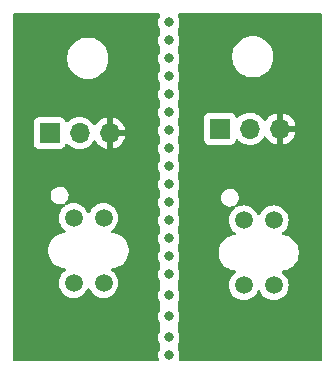
<source format=gbr>
%TF.GenerationSoftware,KiCad,Pcbnew,7.0.2-0*%
%TF.CreationDate,2023-09-22T13:18:50+12:00*%
%TF.ProjectId,TCRT5000 seperated,54435254-3530-4303-9020-736570657261,rev?*%
%TF.SameCoordinates,PX66b4f80PY68290a0*%
%TF.FileFunction,Copper,L2,Bot*%
%TF.FilePolarity,Positive*%
%FSLAX46Y46*%
G04 Gerber Fmt 4.6, Leading zero omitted, Abs format (unit mm)*
G04 Created by KiCad (PCBNEW 7.0.2-0) date 2023-09-22 13:18:50*
%MOMM*%
%LPD*%
G01*
G04 APERTURE LIST*
%TA.AperFunction,ComponentPad*%
%ADD10R,1.700000X1.700000*%
%TD*%
%TA.AperFunction,ComponentPad*%
%ADD11O,1.700000X1.700000*%
%TD*%
%TA.AperFunction,ComponentPad*%
%ADD12C,1.500000*%
%TD*%
%TA.AperFunction,ViaPad*%
%ADD13C,0.800000*%
%TD*%
G04 APERTURE END LIST*
D10*
%TO.P,J1,1,Pin_1*%
%TO.N,+3.3V*%
X3620500Y19843300D03*
D11*
%TO.P,J1,2,Pin_2*%
%TO.N,Sensor 01R*%
X6160500Y19843300D03*
%TO.P,J1,3,Pin_3*%
%TO.N,GND*%
X8700500Y19843300D03*
%TD*%
D10*
%TO.P,J2,1,Pin_1*%
%TO.N,+3.3V*%
X18034000Y20193000D03*
D11*
%TO.P,J2,2,Pin_2*%
%TO.N,Sensor 02R*%
X20574000Y20193000D03*
%TO.P,J2,3,Pin_3*%
%TO.N,GND*%
X23114000Y20193000D03*
%TD*%
D12*
%TO.P,U2,A*%
%TO.N,+3.3V*%
X22606000Y6946000D03*
%TO.P,U2,CATH*%
%TO.N,Net-(R4-Pad1)*%
X20066000Y6946000D03*
%TO.P,U2,COLL*%
%TO.N,+3.3V*%
X22606000Y12446000D03*
%TO.P,U2,E*%
%TO.N,Sensor 02*%
X20066000Y12446000D03*
%TD*%
%TO.P,U1,A*%
%TO.N,+3.3V*%
X8191500Y7136500D03*
%TO.P,U1,CATH*%
%TO.N,Net-(R1-Pad1)*%
X5651500Y7136500D03*
%TO.P,U1,COLL*%
%TO.N,+3.3V*%
X8191500Y12636500D03*
%TO.P,U1,E*%
%TO.N,Sensor 01*%
X5651500Y12636500D03*
%TD*%
D13*
%TO.N,*%
X13716000Y1016000D03*
X13716000Y10922000D03*
X13716000Y15494000D03*
X13716000Y9398000D03*
X13716000Y23114000D03*
X13716000Y21590000D03*
X13716000Y24638000D03*
X13716000Y6096000D03*
X13716000Y4318000D03*
X13716000Y17018000D03*
X13716000Y27686000D03*
X13716000Y20066000D03*
X13716000Y26162000D03*
X13716000Y13970000D03*
X13716000Y29210000D03*
X13716000Y18542000D03*
X13716000Y2540000D03*
X13716000Y12446000D03*
X13716000Y7874000D03*
%TO.N,GND*%
X10845800Y16687800D03*
X24650700Y20193000D03*
X2223500Y9556300D03*
X24879300Y16878300D03*
X16256000Y9652000D03*
X10287000Y19843300D03*
%TD*%
%TA.AperFunction,Conductor*%
%TO.N,GND*%
G36*
X12897039Y29959815D02*
G01*
X12942794Y29907011D01*
X12954000Y29855500D01*
X12954000Y29724404D01*
X12937387Y29662404D01*
X12888820Y29578285D01*
X12830326Y29398258D01*
X12810540Y29210000D01*
X12830326Y29021743D01*
X12888819Y28841719D01*
X12888821Y28841716D01*
X12937387Y28757596D01*
X12954000Y28695598D01*
X12954000Y28200404D01*
X12937387Y28138404D01*
X12888820Y28054285D01*
X12830326Y27874258D01*
X12810540Y27686001D01*
X12830326Y27497743D01*
X12888819Y27317719D01*
X12888821Y27317716D01*
X12937387Y27233596D01*
X12954000Y27171598D01*
X12954000Y26676404D01*
X12937387Y26614404D01*
X12888820Y26530285D01*
X12830326Y26350258D01*
X12810540Y26162000D01*
X12830326Y25973743D01*
X12888819Y25793719D01*
X12888821Y25793716D01*
X12937387Y25709596D01*
X12954000Y25647598D01*
X12954000Y25152404D01*
X12937387Y25090404D01*
X12888820Y25006285D01*
X12830326Y24826258D01*
X12810540Y24638000D01*
X12830326Y24449743D01*
X12888819Y24269719D01*
X12888821Y24269716D01*
X12937387Y24185596D01*
X12954000Y24123598D01*
X12954000Y23628404D01*
X12937387Y23566404D01*
X12888820Y23482285D01*
X12830326Y23302258D01*
X12810540Y23114001D01*
X12830326Y22925743D01*
X12888819Y22745719D01*
X12888821Y22745716D01*
X12937387Y22661596D01*
X12954000Y22599598D01*
X12954000Y22104404D01*
X12937387Y22042404D01*
X12888820Y21958285D01*
X12830326Y21778258D01*
X12810540Y21590001D01*
X12830326Y21401743D01*
X12888819Y21221719D01*
X12888821Y21221716D01*
X12937387Y21137596D01*
X12954000Y21075598D01*
X12954000Y20580404D01*
X12937387Y20518404D01*
X12888820Y20434285D01*
X12830326Y20254258D01*
X12810540Y20066000D01*
X12830326Y19877743D01*
X12888819Y19697719D01*
X12888821Y19697716D01*
X12937387Y19613596D01*
X12954000Y19551598D01*
X12954000Y19056404D01*
X12937387Y18994404D01*
X12888820Y18910285D01*
X12830326Y18730258D01*
X12810540Y18542001D01*
X12830326Y18353743D01*
X12888819Y18173719D01*
X12888821Y18173716D01*
X12937387Y18089596D01*
X12954000Y18027598D01*
X12954000Y17532404D01*
X12937387Y17470404D01*
X12888820Y17386285D01*
X12830326Y17206258D01*
X12810540Y17018001D01*
X12830326Y16829743D01*
X12888819Y16649719D01*
X12888821Y16649716D01*
X12937387Y16565596D01*
X12954000Y16503598D01*
X12954000Y16008404D01*
X12937387Y15946404D01*
X12888820Y15862285D01*
X12830326Y15682258D01*
X12810540Y15494000D01*
X12830326Y15305743D01*
X12888819Y15125719D01*
X12888821Y15125716D01*
X12937387Y15041596D01*
X12954000Y14979598D01*
X12954000Y14484404D01*
X12937387Y14422404D01*
X12888820Y14338285D01*
X12830326Y14158258D01*
X12810540Y13970000D01*
X12830326Y13781743D01*
X12888819Y13601719D01*
X12898181Y13585503D01*
X12937387Y13517596D01*
X12954000Y13455598D01*
X12954000Y12960404D01*
X12937387Y12898404D01*
X12888820Y12814285D01*
X12830326Y12634258D01*
X12810540Y12446001D01*
X12830326Y12257743D01*
X12888819Y12077719D01*
X12888821Y12077716D01*
X12937387Y11993596D01*
X12954000Y11931598D01*
X12954000Y11436404D01*
X12937387Y11374404D01*
X12888820Y11290285D01*
X12830326Y11110258D01*
X12810540Y10922000D01*
X12830326Y10733743D01*
X12888819Y10553719D01*
X12888821Y10553716D01*
X12937387Y10469596D01*
X12954000Y10407598D01*
X12954000Y9912404D01*
X12937387Y9850404D01*
X12888820Y9766285D01*
X12830326Y9586258D01*
X12810540Y9398000D01*
X12830326Y9209743D01*
X12888819Y9029719D01*
X12888821Y9029716D01*
X12937387Y8945596D01*
X12954000Y8883598D01*
X12954000Y8388404D01*
X12937387Y8326404D01*
X12888820Y8242285D01*
X12830326Y8062258D01*
X12810540Y7874001D01*
X12830326Y7685743D01*
X12888819Y7505719D01*
X12888821Y7505716D01*
X12937387Y7421596D01*
X12954000Y7359598D01*
X12954000Y6610404D01*
X12937387Y6548404D01*
X12888820Y6464285D01*
X12830326Y6284258D01*
X12810540Y6096000D01*
X12830326Y5907743D01*
X12888819Y5727719D01*
X12888821Y5727716D01*
X12937387Y5643596D01*
X12954000Y5581598D01*
X12954000Y4832404D01*
X12937387Y4770404D01*
X12888820Y4686285D01*
X12830326Y4506258D01*
X12810540Y4318001D01*
X12830326Y4129743D01*
X12888819Y3949719D01*
X12888821Y3949716D01*
X12937387Y3865596D01*
X12954000Y3803598D01*
X12954000Y3054404D01*
X12937387Y2992404D01*
X12888820Y2908285D01*
X12830326Y2728258D01*
X12810540Y2540000D01*
X12830326Y2351743D01*
X12888819Y2171719D01*
X12888821Y2171716D01*
X12937387Y2087596D01*
X12954000Y2025598D01*
X12954000Y1530404D01*
X12937387Y1468404D01*
X12888820Y1384285D01*
X12830326Y1204258D01*
X12810540Y1016001D01*
X12830326Y827743D01*
X12883914Y662818D01*
X12885909Y592977D01*
X12849829Y533144D01*
X12787128Y502316D01*
X12765983Y500500D01*
X624500Y500500D01*
X557461Y520185D01*
X511706Y572989D01*
X500500Y624500D01*
X500500Y9762166D01*
X3520999Y9762166D01*
X3561929Y9516885D01*
X3642670Y9281695D01*
X3642672Y9281690D01*
X3681608Y9209743D01*
X3761029Y9062986D01*
X3852396Y8945599D01*
X3913762Y8866756D01*
X4096715Y8698336D01*
X4304893Y8562327D01*
X4532619Y8462437D01*
X4773679Y8401392D01*
X4882469Y8392378D01*
X4947650Y8367226D01*
X4988889Y8310824D01*
X4993088Y8241080D01*
X4958914Y8180138D01*
X4943350Y8167227D01*
X4844619Y8098095D01*
X4689902Y7943378D01*
X4564398Y7764139D01*
X4471925Y7565832D01*
X4415292Y7354475D01*
X4396222Y7136500D01*
X4415292Y6918526D01*
X4455387Y6768888D01*
X4471925Y6707170D01*
X4564398Y6508861D01*
X4689902Y6329623D01*
X4844623Y6174902D01*
X5023861Y6049398D01*
X5222170Y5956925D01*
X5433523Y5900293D01*
X5651500Y5881223D01*
X5869477Y5900293D01*
X6080830Y5956925D01*
X6279139Y6049398D01*
X6458377Y6174902D01*
X6613098Y6329623D01*
X6738602Y6508861D01*
X6809117Y6660083D01*
X6855290Y6712522D01*
X6922484Y6731674D01*
X6989365Y6711458D01*
X7033882Y6660083D01*
X7104398Y6508861D01*
X7229902Y6329623D01*
X7384623Y6174902D01*
X7563861Y6049398D01*
X7762170Y5956925D01*
X7973523Y5900293D01*
X8118840Y5887580D01*
X8191499Y5881223D01*
X8191499Y5881224D01*
X8191500Y5881223D01*
X8409477Y5900293D01*
X8620830Y5956925D01*
X8819139Y6049398D01*
X8998377Y6174902D01*
X9153098Y6329623D01*
X9278602Y6508861D01*
X9371075Y6707170D01*
X9427707Y6918523D01*
X9446777Y7136500D01*
X9427707Y7354477D01*
X9371075Y7565830D01*
X9278602Y7764138D01*
X9153098Y7943377D01*
X8998377Y8098098D01*
X8899649Y8167229D01*
X8856025Y8221804D01*
X8848833Y8291303D01*
X8880355Y8353657D01*
X8940585Y8389071D01*
X8960519Y8392377D01*
X9069321Y8401392D01*
X9310381Y8462437D01*
X9538107Y8562327D01*
X9746285Y8698336D01*
X9929238Y8866756D01*
X10081974Y9062991D01*
X10200328Y9281690D01*
X10281071Y9516886D01*
X10322000Y9762165D01*
X10322000Y10010835D01*
X10281071Y10256114D01*
X10200328Y10491310D01*
X10081974Y10710009D01*
X10081971Y10710013D01*
X10081970Y10710015D01*
X9929240Y10906241D01*
X9929238Y10906244D01*
X9746285Y11074664D01*
X9538107Y11210673D01*
X9538104Y11210675D01*
X9356612Y11290284D01*
X9310381Y11310563D01*
X9069321Y11371608D01*
X9069319Y11371609D01*
X9069316Y11371609D01*
X8960534Y11380623D01*
X8895349Y11405776D01*
X8854111Y11462178D01*
X8849913Y11531922D01*
X8884087Y11592863D01*
X8899644Y11605769D01*
X8998377Y11674902D01*
X9153098Y11829623D01*
X9278602Y12008861D01*
X9371075Y12207170D01*
X9427707Y12418523D01*
X9446777Y12636500D01*
X9427707Y12854477D01*
X9371075Y13065830D01*
X9278602Y13264138D01*
X9153098Y13443377D01*
X8998377Y13598098D01*
X8819139Y13723602D01*
X8727705Y13766239D01*
X8620831Y13816075D01*
X8409474Y13872708D01*
X8191499Y13891778D01*
X7973525Y13872708D01*
X7762168Y13816075D01*
X7563861Y13723602D01*
X7384622Y13598098D01*
X7229902Y13443378D01*
X7104398Y13264139D01*
X7033882Y13112917D01*
X6987709Y13060478D01*
X6920516Y13041326D01*
X6853635Y13061542D01*
X6809118Y13112917D01*
X6794618Y13144012D01*
X6738602Y13264138D01*
X6613098Y13443377D01*
X6458377Y13598098D01*
X6279139Y13723602D01*
X6187705Y13766239D01*
X6080831Y13816075D01*
X5869474Y13872708D01*
X5651500Y13891778D01*
X5433525Y13872708D01*
X5222165Y13816074D01*
X5097799Y13758081D01*
X5028722Y13747589D01*
X4964938Y13776109D01*
X4926699Y13834586D01*
X4926145Y13904453D01*
X4955202Y13955558D01*
X4957192Y13957668D01*
X4957196Y13957670D01*
X5077592Y14085282D01*
X5165312Y14237219D01*
X5215630Y14405290D01*
X5225831Y14580435D01*
X5195365Y14753211D01*
X5125877Y14914304D01*
X5021110Y15055030D01*
X5021109Y15055031D01*
X4886716Y15167801D01*
X4729929Y15246542D01*
X4559223Y15287000D01*
X4559221Y15287000D01*
X4427791Y15287000D01*
X4424225Y15286584D01*
X4424204Y15286582D01*
X4297246Y15271742D01*
X4132383Y15211738D01*
X3985803Y15115330D01*
X3865408Y14987720D01*
X3777688Y14835782D01*
X3777688Y14835781D01*
X3727370Y14667710D01*
X3727369Y14667708D01*
X3727370Y14667708D01*
X3717168Y14492566D01*
X3732558Y14405293D01*
X3747635Y14319789D01*
X3783252Y14237219D01*
X3817123Y14158696D01*
X3921890Y14017970D01*
X4056283Y13905200D01*
X4056284Y13905200D01*
X4056286Y13905198D01*
X4213067Y13826460D01*
X4213068Y13826460D01*
X4213070Y13826459D01*
X4383777Y13786000D01*
X4383779Y13786000D01*
X4511611Y13786000D01*
X4515209Y13786000D01*
X4518792Y13786419D01*
X4518795Y13786419D01*
X4645751Y13801258D01*
X4645753Y13801259D01*
X4645755Y13801259D01*
X4779043Y13849772D01*
X4848768Y13854202D01*
X4909824Y13820232D01*
X4942821Y13758645D01*
X4937284Y13688995D01*
X4894971Y13633396D01*
X4892575Y13631675D01*
X4844621Y13598097D01*
X4689902Y13443378D01*
X4564398Y13264139D01*
X4471925Y13065832D01*
X4415292Y12854475D01*
X4396222Y12636501D01*
X4415292Y12418526D01*
X4458373Y12257744D01*
X4471925Y12207170D01*
X4564398Y12008861D01*
X4689902Y11829623D01*
X4844623Y11674902D01*
X4943350Y11605773D01*
X4986973Y11551197D01*
X4994166Y11481698D01*
X4962644Y11419344D01*
X4902414Y11383930D01*
X4882465Y11380623D01*
X4773683Y11371609D01*
X4773679Y11371609D01*
X4773679Y11371608D01*
X4532619Y11310563D01*
X4532616Y11310562D01*
X4532617Y11310562D01*
X4304895Y11210675D01*
X4166107Y11120001D01*
X4096715Y11074664D01*
X4096713Y11074663D01*
X4096714Y11074663D01*
X3913759Y10906241D01*
X3761029Y10710015D01*
X3642670Y10491306D01*
X3561929Y10256116D01*
X3520999Y10010835D01*
X3520999Y9762166D01*
X500500Y9762166D01*
X500500Y18948722D01*
X2270000Y18948722D01*
X2270001Y18945428D01*
X2270353Y18942148D01*
X2270354Y18942141D01*
X2276409Y18885816D01*
X2301556Y18818393D01*
X2326704Y18750969D01*
X2412954Y18635754D01*
X2528169Y18549504D01*
X2663017Y18499209D01*
X2722627Y18492800D01*
X4518372Y18492801D01*
X4577983Y18499209D01*
X4712831Y18549504D01*
X4828046Y18635754D01*
X4914296Y18750969D01*
X4963310Y18882384D01*
X5005181Y18938317D01*
X5070646Y18962734D01*
X5138919Y18947882D01*
X5167173Y18926731D01*
X5289099Y18804805D01*
X5482670Y18669265D01*
X5696837Y18569397D01*
X5925092Y18508237D01*
X6160500Y18487641D01*
X6395908Y18508237D01*
X6624163Y18569397D01*
X6838330Y18669265D01*
X7031901Y18804805D01*
X7198995Y18971899D01*
X7329232Y19157897D01*
X7383807Y19201520D01*
X7453305Y19208714D01*
X7515660Y19177191D01*
X7532380Y19157896D01*
X7662393Y18972219D01*
X7829418Y18805194D01*
X8022923Y18669700D01*
X8237009Y18569870D01*
X8450500Y18512666D01*
X8450500Y19407799D01*
X8558185Y19358620D01*
X8664737Y19343300D01*
X8736263Y19343300D01*
X8842815Y19358620D01*
X8950500Y19407799D01*
X8950500Y18512667D01*
X9163990Y18569870D01*
X9378076Y18669700D01*
X9571581Y18805194D01*
X9738606Y18972219D01*
X9874100Y19165724D01*
X9973930Y19379808D01*
X10031136Y19593300D01*
X9134186Y19593300D01*
X9159993Y19633456D01*
X9200500Y19771411D01*
X9200500Y19915189D01*
X9159993Y20053144D01*
X9134186Y20093300D01*
X10031136Y20093300D01*
X10031135Y20093301D01*
X9973930Y20306793D01*
X9874099Y20520879D01*
X9738609Y20714379D01*
X9571581Y20881407D01*
X9378076Y21016901D01*
X9163992Y21116731D01*
X8950500Y21173936D01*
X8950500Y20278802D01*
X8842815Y20327980D01*
X8736263Y20343300D01*
X8664737Y20343300D01*
X8558185Y20327980D01*
X8450500Y20278802D01*
X8450500Y21173936D01*
X8450499Y21173936D01*
X8237007Y21116731D01*
X8022921Y21016900D01*
X7829421Y20881410D01*
X7662393Y20714382D01*
X7532380Y20528704D01*
X7477803Y20485080D01*
X7408304Y20477887D01*
X7345950Y20509409D01*
X7329230Y20528705D01*
X7198994Y20714702D01*
X7031904Y20881792D01*
X7031901Y20881795D01*
X6838330Y21017335D01*
X6624163Y21117203D01*
X6563001Y21133591D01*
X6395907Y21178364D01*
X6160500Y21198960D01*
X5925092Y21178364D01*
X5696836Y21117203D01*
X5482670Y21017335D01*
X5289101Y20881797D01*
X5167173Y20759869D01*
X5105850Y20726385D01*
X5036158Y20731369D01*
X4980225Y20773241D01*
X4963310Y20804218D01*
X4934519Y20881410D01*
X4914296Y20935631D01*
X4828046Y21050846D01*
X4712831Y21137096D01*
X4577983Y21187391D01*
X4518373Y21193800D01*
X4515050Y21193800D01*
X2725939Y21193800D01*
X2725920Y21193800D01*
X2722628Y21193799D01*
X2719348Y21193447D01*
X2719340Y21193446D01*
X2663015Y21187391D01*
X2528169Y21137096D01*
X2412954Y21050846D01*
X2326704Y20935632D01*
X2306480Y20881407D01*
X2276409Y20800783D01*
X2270000Y20741173D01*
X2270000Y20737852D01*
X2270000Y20737851D01*
X2270000Y18948740D01*
X2270000Y18948722D01*
X500500Y18948722D01*
X500500Y26030818D01*
X5107500Y26030818D01*
X5146604Y25771385D01*
X5223937Y25520677D01*
X5337772Y25284296D01*
X5415551Y25170216D01*
X5485571Y25067515D01*
X5664015Y24875199D01*
X5664019Y24875195D01*
X5869143Y24711614D01*
X6096357Y24580432D01*
X6340584Y24484580D01*
X6596370Y24426198D01*
X6792506Y24411500D01*
X6794823Y24411500D01*
X6921177Y24411500D01*
X6923494Y24411500D01*
X7119630Y24426198D01*
X7375416Y24484580D01*
X7619643Y24580432D01*
X7846857Y24711614D01*
X8051981Y24875195D01*
X8173614Y25006284D01*
X8230428Y25067515D01*
X8230429Y25067518D01*
X8230433Y25067521D01*
X8378228Y25284296D01*
X8492063Y25520677D01*
X8569396Y25771385D01*
X8608500Y26030818D01*
X8608500Y26293182D01*
X8569396Y26552615D01*
X8492063Y26803323D01*
X8378228Y27039704D01*
X8230433Y27256479D01*
X8230432Y27256480D01*
X8230428Y27256486D01*
X8051984Y27448802D01*
X8051983Y27448803D01*
X8051981Y27448805D01*
X7846857Y27612386D01*
X7846856Y27612387D01*
X7619641Y27743569D01*
X7375418Y27839420D01*
X7119627Y27897803D01*
X6925808Y27912327D01*
X6925797Y27912328D01*
X6923494Y27912500D01*
X6792506Y27912500D01*
X6790203Y27912328D01*
X6790191Y27912327D01*
X6596372Y27897803D01*
X6340581Y27839420D01*
X6096358Y27743569D01*
X5869143Y27612387D01*
X5664015Y27448802D01*
X5485571Y27256486D01*
X5385070Y27109078D01*
X5337772Y27039704D01*
X5223937Y26803323D01*
X5146604Y26552615D01*
X5107500Y26293182D01*
X5107500Y26030818D01*
X500500Y26030818D01*
X500500Y29855500D01*
X520185Y29922539D01*
X572989Y29968294D01*
X624500Y29979500D01*
X12830000Y29979500D01*
X12897039Y29959815D01*
G37*
%TD.AperFunction*%
%TD*%
%TA.AperFunction,Conductor*%
%TO.N,GND*%
G36*
X26620539Y29959815D02*
G01*
X26666294Y29907011D01*
X26677500Y29855500D01*
X26677500Y624500D01*
X26657815Y557461D01*
X26605011Y511706D01*
X26553500Y500500D01*
X14666017Y500500D01*
X14598978Y520185D01*
X14553223Y572989D01*
X14543279Y642147D01*
X14548086Y662818D01*
X14550569Y670462D01*
X14601674Y827744D01*
X14621460Y1016000D01*
X14601674Y1204256D01*
X14543179Y1384284D01*
X14543179Y1384285D01*
X14494613Y1468404D01*
X14478000Y1530404D01*
X14478000Y2025598D01*
X14494612Y2087596D01*
X14543179Y2171716D01*
X14601674Y2351744D01*
X14621460Y2540000D01*
X14601674Y2728256D01*
X14543179Y2908284D01*
X14543179Y2908285D01*
X14494613Y2992404D01*
X14478000Y3054404D01*
X14478000Y3803598D01*
X14494612Y3865596D01*
X14543179Y3949716D01*
X14601674Y4129744D01*
X14621460Y4318000D01*
X14601674Y4506256D01*
X14543179Y4686284D01*
X14543179Y4686285D01*
X14494613Y4770404D01*
X14478000Y4832404D01*
X14478000Y5581598D01*
X14494612Y5643596D01*
X14543179Y5727716D01*
X14601674Y5907744D01*
X14621460Y6096000D01*
X14601674Y6284256D01*
X14543179Y6464284D01*
X14543179Y6464285D01*
X14494613Y6548404D01*
X14478000Y6610404D01*
X14478000Y7359598D01*
X14494612Y7421596D01*
X14543179Y7505716D01*
X14601674Y7685744D01*
X14621460Y7874000D01*
X14601674Y8062256D01*
X14556503Y8201277D01*
X14543179Y8242285D01*
X14494613Y8326404D01*
X14478000Y8388404D01*
X14478000Y8883598D01*
X14494612Y8945596D01*
X14543179Y9029716D01*
X14601674Y9209744D01*
X14621460Y9398000D01*
X14603207Y9571666D01*
X17935500Y9571666D01*
X17976429Y9326385D01*
X18057170Y9091195D01*
X18057172Y9091190D01*
X18175526Y8872491D01*
X18175529Y8872486D01*
X18290236Y8725112D01*
X18328262Y8676256D01*
X18511215Y8507836D01*
X18719393Y8371827D01*
X18947119Y8271937D01*
X19188179Y8210892D01*
X19296969Y8201878D01*
X19362150Y8176726D01*
X19403389Y8120324D01*
X19407588Y8050580D01*
X19373414Y7989638D01*
X19357850Y7976727D01*
X19259119Y7907595D01*
X19104402Y7752878D01*
X18978898Y7573639D01*
X18886425Y7375332D01*
X18829792Y7163975D01*
X18810722Y6946000D01*
X18829792Y6728026D01*
X18886425Y6516669D01*
X18910853Y6464284D01*
X18978898Y6318361D01*
X19104402Y6139123D01*
X19259123Y5984402D01*
X19438361Y5858898D01*
X19636670Y5766425D01*
X19848023Y5709793D01*
X20066000Y5690723D01*
X20283977Y5709793D01*
X20495330Y5766425D01*
X20693639Y5858898D01*
X20872877Y5984402D01*
X21027598Y6139123D01*
X21153102Y6318361D01*
X21223617Y6469583D01*
X21269790Y6522022D01*
X21336984Y6541174D01*
X21403865Y6520958D01*
X21448382Y6469583D01*
X21518898Y6318361D01*
X21644402Y6139123D01*
X21799123Y5984402D01*
X21978361Y5858898D01*
X22176670Y5766425D01*
X22388023Y5709793D01*
X22533341Y5697080D01*
X22605999Y5690723D01*
X22605999Y5690724D01*
X22606000Y5690723D01*
X22823977Y5709793D01*
X23035330Y5766425D01*
X23233639Y5858898D01*
X23412877Y5984402D01*
X23567598Y6139123D01*
X23693102Y6318361D01*
X23785575Y6516670D01*
X23842207Y6728023D01*
X23861277Y6946000D01*
X23842207Y7163977D01*
X23785575Y7375330D01*
X23693102Y7573638D01*
X23567598Y7752877D01*
X23412877Y7907598D01*
X23314149Y7976729D01*
X23270525Y8031304D01*
X23263333Y8100803D01*
X23294855Y8163157D01*
X23355085Y8198571D01*
X23375019Y8201877D01*
X23483821Y8210892D01*
X23724881Y8271937D01*
X23952607Y8371827D01*
X24160785Y8507836D01*
X24343738Y8676256D01*
X24496474Y8872491D01*
X24614828Y9091190D01*
X24695571Y9326386D01*
X24736500Y9571665D01*
X24736500Y9820335D01*
X24695571Y10065614D01*
X24614828Y10300810D01*
X24496474Y10519509D01*
X24496471Y10519513D01*
X24496470Y10519515D01*
X24343740Y10715741D01*
X24343738Y10715744D01*
X24160785Y10884164D01*
X23952607Y11020173D01*
X23952604Y11020175D01*
X23827523Y11075040D01*
X23724881Y11120063D01*
X23483821Y11181108D01*
X23483819Y11181109D01*
X23483816Y11181109D01*
X23375034Y11190123D01*
X23309849Y11215276D01*
X23268611Y11271678D01*
X23264413Y11341422D01*
X23298587Y11402363D01*
X23314144Y11415269D01*
X23412877Y11484402D01*
X23567598Y11639123D01*
X23693102Y11818361D01*
X23785575Y12016670D01*
X23842207Y12228023D01*
X23861277Y12446000D01*
X23842207Y12663977D01*
X23785575Y12875330D01*
X23693102Y13073638D01*
X23567598Y13252877D01*
X23412877Y13407598D01*
X23233639Y13533102D01*
X23142205Y13575739D01*
X23035331Y13625575D01*
X22823974Y13682208D01*
X22605999Y13701278D01*
X22388025Y13682208D01*
X22176668Y13625575D01*
X21978361Y13533102D01*
X21799122Y13407598D01*
X21644402Y13252878D01*
X21518898Y13073639D01*
X21448382Y12922417D01*
X21402209Y12869978D01*
X21335016Y12850826D01*
X21268135Y12871042D01*
X21223618Y12922417D01*
X21197598Y12978216D01*
X21153102Y13073638D01*
X21027598Y13252877D01*
X20872877Y13407598D01*
X20693639Y13533102D01*
X20602205Y13575739D01*
X20495331Y13625575D01*
X20283974Y13682208D01*
X20066000Y13701278D01*
X19848025Y13682208D01*
X19636665Y13625574D01*
X19512299Y13567581D01*
X19443222Y13557089D01*
X19379438Y13585609D01*
X19341199Y13644086D01*
X19340645Y13713953D01*
X19369702Y13765058D01*
X19371692Y13767168D01*
X19371696Y13767170D01*
X19492092Y13894782D01*
X19579812Y14046719D01*
X19630130Y14214790D01*
X19640331Y14389935D01*
X19609865Y14562711D01*
X19540377Y14723804D01*
X19435610Y14864530D01*
X19435609Y14864531D01*
X19301216Y14977301D01*
X19144429Y15056042D01*
X18973723Y15096500D01*
X18973721Y15096500D01*
X18842291Y15096500D01*
X18838725Y15096084D01*
X18838704Y15096082D01*
X18711746Y15081242D01*
X18546883Y15021238D01*
X18400303Y14924830D01*
X18279908Y14797220D01*
X18192188Y14645282D01*
X18175415Y14589258D01*
X18141870Y14477210D01*
X18141869Y14477208D01*
X18141870Y14477208D01*
X18131668Y14302066D01*
X18147058Y14214793D01*
X18162135Y14129289D01*
X18197752Y14046719D01*
X18231623Y13968196D01*
X18336390Y13827470D01*
X18470783Y13714700D01*
X18470784Y13714700D01*
X18470786Y13714698D01*
X18627567Y13635960D01*
X18627568Y13635960D01*
X18627570Y13635959D01*
X18798277Y13595500D01*
X18798279Y13595500D01*
X18926111Y13595500D01*
X18929709Y13595500D01*
X18933292Y13595919D01*
X18933295Y13595919D01*
X19060251Y13610758D01*
X19060253Y13610759D01*
X19060255Y13610759D01*
X19193543Y13659272D01*
X19263268Y13663702D01*
X19324324Y13629732D01*
X19357321Y13568145D01*
X19351784Y13498495D01*
X19309471Y13442896D01*
X19307075Y13441175D01*
X19259121Y13407597D01*
X19104402Y13252878D01*
X18978898Y13073639D01*
X18886425Y12875332D01*
X18829792Y12663975D01*
X18810722Y12446000D01*
X18829792Y12228026D01*
X18885275Y12020959D01*
X18886425Y12016670D01*
X18978898Y11818361D01*
X19104402Y11639123D01*
X19259123Y11484402D01*
X19357850Y11415273D01*
X19401473Y11360697D01*
X19408666Y11291198D01*
X19377144Y11228844D01*
X19316914Y11193430D01*
X19296965Y11190123D01*
X19188183Y11181109D01*
X19188179Y11181109D01*
X19188179Y11181108D01*
X18947119Y11120063D01*
X18947116Y11120062D01*
X18947117Y11120062D01*
X18719395Y11020175D01*
X18580607Y10929501D01*
X18511215Y10884164D01*
X18511213Y10884163D01*
X18511214Y10884163D01*
X18328259Y10715741D01*
X18175529Y10519515D01*
X18057170Y10300806D01*
X17976429Y10065616D01*
X17935500Y9820335D01*
X17935500Y9571666D01*
X14603207Y9571666D01*
X14601674Y9586256D01*
X14543179Y9766284D01*
X14543179Y9766285D01*
X14494613Y9850404D01*
X14478000Y9912404D01*
X14478000Y10407598D01*
X14494612Y10469596D01*
X14543179Y10553716D01*
X14601674Y10733744D01*
X14621460Y10922000D01*
X14601674Y11110256D01*
X14563142Y11228844D01*
X14543179Y11290285D01*
X14494613Y11374404D01*
X14478000Y11436404D01*
X14478000Y11931598D01*
X14494612Y11993596D01*
X14543179Y12077716D01*
X14601674Y12257744D01*
X14621460Y12446000D01*
X14601674Y12634256D01*
X14543179Y12814284D01*
X14543179Y12814285D01*
X14494613Y12898404D01*
X14478000Y12960404D01*
X14478000Y13455598D01*
X14494612Y13517596D01*
X14543179Y13601716D01*
X14601674Y13781744D01*
X14621460Y13970000D01*
X14601674Y14158256D01*
X14571332Y14251637D01*
X14543179Y14338285D01*
X14494613Y14422404D01*
X14478000Y14484404D01*
X14478000Y14979598D01*
X14494612Y15041596D01*
X14543179Y15125716D01*
X14601674Y15305744D01*
X14621460Y15494000D01*
X14601674Y15682256D01*
X14543179Y15862284D01*
X14543179Y15862285D01*
X14494613Y15946404D01*
X14478000Y16008404D01*
X14478000Y16503598D01*
X14494612Y16565596D01*
X14543179Y16649716D01*
X14601674Y16829744D01*
X14621460Y17018000D01*
X14601674Y17206256D01*
X14543179Y17386284D01*
X14543179Y17386285D01*
X14494613Y17470404D01*
X14478000Y17532404D01*
X14478000Y18027598D01*
X14494612Y18089596D01*
X14543179Y18173716D01*
X14601674Y18353744D01*
X14621460Y18542000D01*
X14601674Y18730256D01*
X14566880Y18837341D01*
X14543179Y18910285D01*
X14494613Y18994404D01*
X14478000Y19056404D01*
X14478000Y19298422D01*
X16683500Y19298422D01*
X16683501Y19295128D01*
X16683853Y19291848D01*
X16683854Y19291841D01*
X16689909Y19235516D01*
X16697603Y19214888D01*
X16740204Y19100669D01*
X16826454Y18985454D01*
X16941669Y18899204D01*
X17076517Y18848909D01*
X17136127Y18842500D01*
X18931872Y18842501D01*
X18991483Y18848909D01*
X19126331Y18899204D01*
X19241546Y18985454D01*
X19327796Y19100669D01*
X19376810Y19232084D01*
X19418681Y19288017D01*
X19484146Y19312434D01*
X19552419Y19297582D01*
X19580672Y19276432D01*
X19702599Y19154505D01*
X19896170Y19018965D01*
X20110337Y18919097D01*
X20322059Y18862367D01*
X20338592Y18857937D01*
X20573999Y18837341D01*
X20573999Y18837342D01*
X20574000Y18837341D01*
X20809408Y18857937D01*
X21037663Y18919097D01*
X21251830Y19018965D01*
X21445401Y19154505D01*
X21612495Y19321599D01*
X21742732Y19507597D01*
X21797307Y19551220D01*
X21866805Y19558414D01*
X21929160Y19526891D01*
X21945880Y19507596D01*
X22075893Y19321919D01*
X22242918Y19154894D01*
X22436423Y19019400D01*
X22650509Y18919570D01*
X22864000Y18862366D01*
X22864000Y19757499D01*
X22971685Y19708320D01*
X23078237Y19693000D01*
X23149763Y19693000D01*
X23256315Y19708320D01*
X23363999Y19757499D01*
X23363999Y18862367D01*
X23577491Y18919570D01*
X23791576Y19019400D01*
X23985081Y19154894D01*
X24152106Y19321919D01*
X24287600Y19515424D01*
X24387430Y19729508D01*
X24444636Y19943000D01*
X23547686Y19943000D01*
X23573493Y19983156D01*
X23614000Y20121111D01*
X23614000Y20264889D01*
X23573493Y20402844D01*
X23547686Y20443000D01*
X24444636Y20443000D01*
X24444635Y20443001D01*
X24387430Y20656493D01*
X24287599Y20870579D01*
X24152109Y21064079D01*
X23985081Y21231107D01*
X23791576Y21366601D01*
X23577492Y21466431D01*
X23363999Y21523636D01*
X23363999Y20628502D01*
X23256315Y20677680D01*
X23149763Y20693000D01*
X23078237Y20693000D01*
X22971685Y20677680D01*
X22864000Y20628502D01*
X22864000Y21523636D01*
X22863999Y21523636D01*
X22650507Y21466431D01*
X22436421Y21366600D01*
X22242921Y21231110D01*
X22075893Y21064082D01*
X21945880Y20878404D01*
X21891303Y20834780D01*
X21821804Y20827587D01*
X21759450Y20859109D01*
X21742730Y20878405D01*
X21612494Y21064402D01*
X21445404Y21231492D01*
X21445403Y21231492D01*
X21445401Y21231495D01*
X21251830Y21367035D01*
X21037663Y21466903D01*
X20976502Y21483291D01*
X20809407Y21528064D01*
X20573999Y21548660D01*
X20338592Y21528064D01*
X20110336Y21466903D01*
X19896170Y21367035D01*
X19702601Y21231497D01*
X19580673Y21109569D01*
X19519350Y21076085D01*
X19449658Y21081069D01*
X19393725Y21122941D01*
X19376810Y21153918D01*
X19369658Y21173093D01*
X19327796Y21285331D01*
X19241546Y21400546D01*
X19126331Y21486796D01*
X18991483Y21537091D01*
X18931873Y21543500D01*
X18928550Y21543500D01*
X17139439Y21543500D01*
X17139420Y21543500D01*
X17136128Y21543499D01*
X17132848Y21543147D01*
X17132840Y21543146D01*
X17076515Y21537091D01*
X16941669Y21486796D01*
X16826454Y21400546D01*
X16740204Y21285332D01*
X16719980Y21231107D01*
X16689909Y21150483D01*
X16683500Y21090873D01*
X16683500Y21087552D01*
X16683500Y21087551D01*
X16683500Y19298440D01*
X16683500Y19298422D01*
X14478000Y19298422D01*
X14478000Y19551598D01*
X14494612Y19613596D01*
X14543179Y19697716D01*
X14601674Y19877744D01*
X14621460Y20066000D01*
X14601674Y20254256D01*
X14553395Y20402844D01*
X14543179Y20434285D01*
X14494613Y20518404D01*
X14478000Y20580404D01*
X14478000Y21075598D01*
X14494612Y21137596D01*
X14543179Y21221716D01*
X14601674Y21401744D01*
X14621460Y21590000D01*
X14601674Y21778256D01*
X14543179Y21958284D01*
X14543179Y21958285D01*
X14494613Y22042404D01*
X14478000Y22104404D01*
X14478000Y22599598D01*
X14494612Y22661596D01*
X14543179Y22745716D01*
X14601674Y22925744D01*
X14621460Y23114000D01*
X14601674Y23302256D01*
X14543179Y23482284D01*
X14543179Y23482285D01*
X14494613Y23566404D01*
X14478000Y23628404D01*
X14478000Y24123598D01*
X14494612Y24185596D01*
X14543179Y24269716D01*
X14601674Y24449744D01*
X14621460Y24638000D01*
X14601674Y24826256D01*
X14544508Y25002195D01*
X14543179Y25006285D01*
X14494613Y25090404D01*
X14478000Y25152404D01*
X14478000Y25647598D01*
X14494612Y25709596D01*
X14543179Y25793716D01*
X14601674Y25973744D01*
X14621020Y26157818D01*
X19077500Y26157818D01*
X19116604Y25898385D01*
X19193937Y25647677D01*
X19307772Y25411296D01*
X19443766Y25211830D01*
X19455571Y25194515D01*
X19630224Y25006285D01*
X19634019Y25002195D01*
X19839143Y24838614D01*
X20066357Y24707432D01*
X20310584Y24611580D01*
X20566370Y24553198D01*
X20762506Y24538500D01*
X20764823Y24538500D01*
X20891177Y24538500D01*
X20893494Y24538500D01*
X21089630Y24553198D01*
X21345416Y24611580D01*
X21589643Y24707432D01*
X21816857Y24838614D01*
X22021981Y25002195D01*
X22121273Y25109208D01*
X22200428Y25194515D01*
X22200429Y25194518D01*
X22200433Y25194521D01*
X22348228Y25411296D01*
X22462063Y25647677D01*
X22539396Y25898385D01*
X22578500Y26157818D01*
X22578500Y26420182D01*
X22539396Y26679615D01*
X22462063Y26930323D01*
X22348228Y27166704D01*
X22200433Y27383479D01*
X22200432Y27383480D01*
X22200428Y27383486D01*
X22021984Y27575802D01*
X22021983Y27575803D01*
X22021981Y27575805D01*
X21816857Y27739386D01*
X21816856Y27739387D01*
X21589641Y27870569D01*
X21345418Y27966420D01*
X21089627Y28024803D01*
X20895808Y28039327D01*
X20895797Y28039328D01*
X20893494Y28039500D01*
X20762506Y28039500D01*
X20760203Y28039328D01*
X20760191Y28039327D01*
X20566372Y28024803D01*
X20310581Y27966420D01*
X20066358Y27870569D01*
X19839143Y27739387D01*
X19634015Y27575802D01*
X19455571Y27383486D01*
X19410732Y27317719D01*
X19307772Y27166704D01*
X19193937Y26930323D01*
X19116604Y26679615D01*
X19077500Y26420182D01*
X19077500Y26157818D01*
X14621020Y26157818D01*
X14621460Y26162000D01*
X14601674Y26350256D01*
X14543179Y26530284D01*
X14543179Y26530285D01*
X14494613Y26614404D01*
X14478000Y26676404D01*
X14478000Y27171598D01*
X14494612Y27233596D01*
X14543179Y27317716D01*
X14601674Y27497744D01*
X14621460Y27686000D01*
X14601674Y27874256D01*
X14571332Y27967637D01*
X14543179Y28054285D01*
X14494613Y28138404D01*
X14478000Y28200404D01*
X14478000Y28695598D01*
X14494612Y28757596D01*
X14543179Y28841716D01*
X14601674Y29021744D01*
X14621460Y29210000D01*
X14601674Y29398256D01*
X14543179Y29578284D01*
X14543179Y29578285D01*
X14494613Y29662404D01*
X14478000Y29724404D01*
X14478000Y29855500D01*
X14497685Y29922539D01*
X14550489Y29968294D01*
X14602000Y29979500D01*
X26553500Y29979500D01*
X26620539Y29959815D01*
G37*
%TD.AperFunction*%
%TD*%
M02*

</source>
